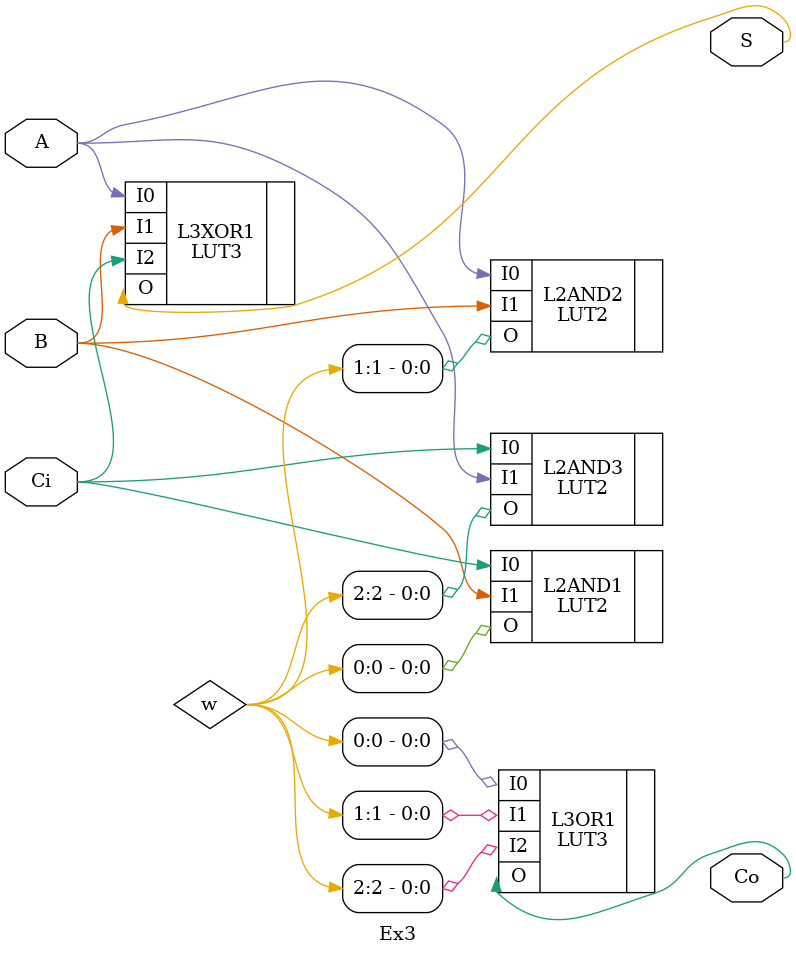
<source format=sv>
`timescale 1ns/1ns

module Ex3 (A,B,Ci,Co,S);
    input logic A, B, Ci;
    output logic Co, S;

    wire [2:0] w;

    LUT3 #(.INIT(8'h96)) L3XOR1 ( .O(S), .I0(A), .I1(B), .I2(Ci) );

    LUT2 #(.INIT(4'h8)) L2AND1 ( .O(w[0]), .I0(Ci), .I1(B) );
    LUT2 #(.INIT(4'h8)) L2AND2 ( .O(w[1]), .I0(A), .I1(B) );
    LUT2 #(.INIT(4'h8)) L2AND3 ( .O(w[2]), .I0(Ci), .I1(A) );
    LUT3 #(.INIT(8'hFE)) L3OR1 ( .O(Co), .I0(w[0]), .I1(w[1]), .I2(w[2]) );

endmodule

</source>
